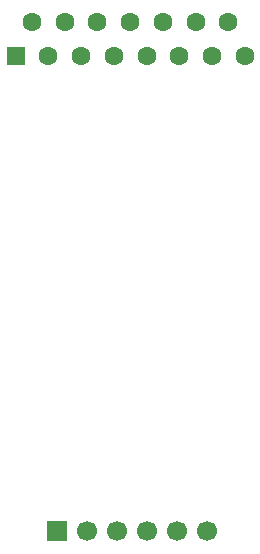
<source format=gbr>
%TF.GenerationSoftware,KiCad,Pcbnew,9.0.3*%
%TF.CreationDate,2025-12-13T00:06:23+05:30*%
%TF.ProjectId,vga,7667612e-6b69-4636-9164-5f7063625858,rev?*%
%TF.SameCoordinates,Original*%
%TF.FileFunction,Soldermask,Bot*%
%TF.FilePolarity,Negative*%
%FSLAX46Y46*%
G04 Gerber Fmt 4.6, Leading zero omitted, Abs format (unit mm)*
G04 Created by KiCad (PCBNEW 9.0.3) date 2025-12-13 00:06:23*
%MOMM*%
%LPD*%
G01*
G04 APERTURE LIST*
%ADD10R,1.700000X1.700000*%
%ADD11C,1.700000*%
%ADD12R,1.600000X1.600000*%
%ADD13C,1.600000*%
G04 APERTURE END LIST*
D10*
%TO.C,J_PROG1*%
X92220000Y-92590000D03*
D11*
X94760000Y-92590000D03*
X97300000Y-92590000D03*
X99840000Y-92590000D03*
X102380000Y-92590000D03*
X104920000Y-92590000D03*
%TD*%
D12*
%TO.C,J1*%
X88725000Y-52355331D03*
D13*
X91495000Y-52355331D03*
X94265000Y-52355331D03*
X97035000Y-52355331D03*
X99805000Y-52355331D03*
X102575000Y-52355331D03*
X105345000Y-52355331D03*
X108115000Y-52355331D03*
X90110000Y-49515331D03*
X92880000Y-49515331D03*
X95650000Y-49515331D03*
X98420000Y-49515331D03*
X101190000Y-49515331D03*
X103960000Y-49515331D03*
X106730000Y-49515331D03*
%TD*%
M02*

</source>
